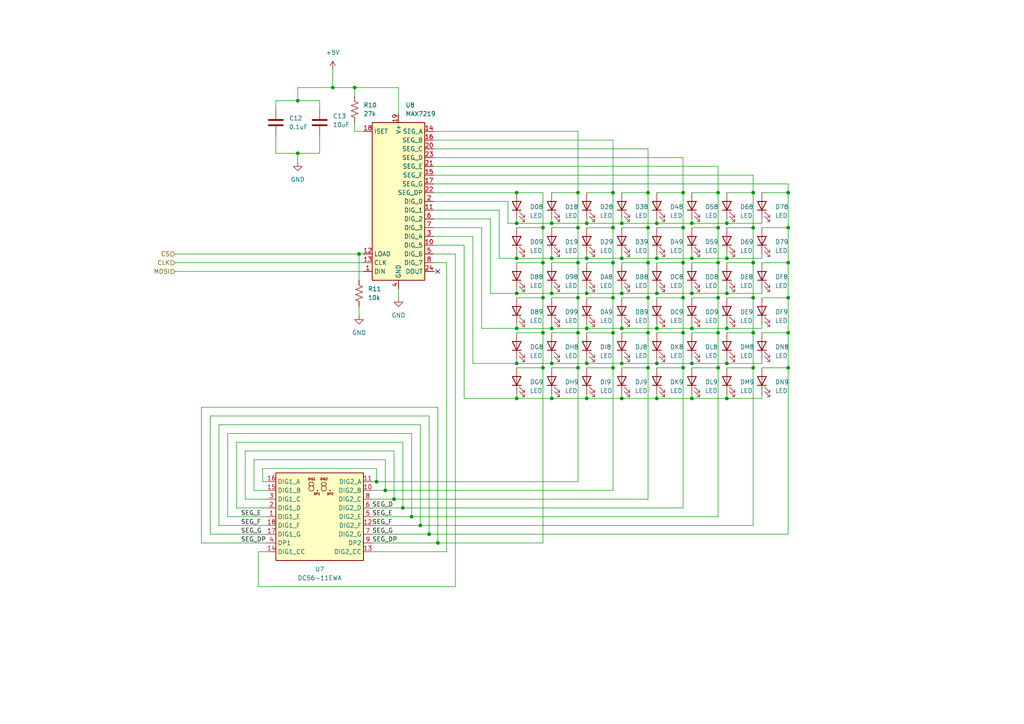
<source format=kicad_sch>
(kicad_sch (version 20211123) (generator eeschema)
  (paper "A4")
  (lib_symbols
    (symbol "Device:C" (pin_numbers hide) (pin_names (offset 0.254))
      (property "Reference" "C" (at 0.635 2.54 0))
      (property "Value" "C" (at 0.635 -2.54 0))
      (symbol "C_0_1"
        (polyline (pts (xy -2.032 -0.762) (xy 2.032 -0.762)) (stroke (width 0.508)))
        (polyline (pts (xy -2.032 0.762) (xy 2.032 0.762)) (stroke (width 0.508)))
      )
      (symbol "C_1_1"
        (pin passive line (at 0 3.81 270) (length 2.794) (name "~") (number "1"))
        (pin passive line (at 0 -3.81 90) (length 2.794) (name "~") (number "2"))
      )
    )
    (symbol "Device:LED" (pin_numbers hide) (pin_names (offset 1.016) hide)
      (property "Reference" "D" (at 0 2.54 0))
      (property "Value" "LED" (at 0 -2.54 0))
      (symbol "LED_0_1"
        (polyline (pts (xy -1.27 -1.27) (xy -1.27 1.27)) (stroke (width 0.254)))
        (polyline (pts (xy -1.27 0) (xy 1.27 0)))
        (polyline (pts (xy 1.27 -1.27) (xy 1.27 1.27) (xy -1.27 0) (xy 1.27 -1.27)) (stroke (width 0.254)))
        (polyline (pts (xy -3.048 -0.762) (xy -4.572 -2.286) (xy -3.81 -2.286) (xy -4.572 -2.286) (xy -4.572 -1.524)))
        (polyline (pts (xy -1.778 -0.762) (xy -3.302 -2.286) (xy -2.54 -2.286) (xy -3.302 -2.286) (xy -3.302 -1.524)))
      )
      (symbol "LED_1_1"
        (pin passive line (at -3.81 0 0) (length 2.54) (name "K") (number "1"))
        (pin passive line (at 3.81 0 180) (length 2.54) (name "A") (number "2"))
      )
    )
    (symbol "Device:R_US" (pin_numbers hide) (pin_names (offset 0))
      (property "Reference" "R" (at 2.54 0 90))
      (property "Value" "R_US" (at -2.54 0 90))
      (symbol "R_US_0_1"
        (polyline (pts (xy 0 -2.286) (xy 0 -2.54)))
        (polyline (pts (xy 0 2.286) (xy 0 2.54)))
        (polyline (pts (xy 0 -0.762) (xy 1.016 -1.143) (xy 0 -1.524) (xy -1.016 -1.905) (xy 0 -2.286)))
        (polyline (pts (xy 0 0.762) (xy 1.016 0.381) (xy 0 0) (xy -1.016 -0.381) (xy 0 -0.762)))
        (polyline (pts (xy 0 2.286) (xy 1.016 1.905) (xy 0 1.524) (xy -1.016 1.143) (xy 0 0.762)))
      )
      (symbol "R_US_1_1"
        (pin passive line (at 0 3.81 270) (length 1.27) (name "~") (number "1"))
        (pin passive line (at 0 -3.81 90) (length 1.27) (name "~") (number "2"))
      )
    )
    (symbol "Display_Character:DC56-11EWA"
      (property "Reference" "U" (at -11.43 13.97 0))
      (property "Value" "DC56-11EWA" (at 12.065 13.97 0))
      (symbol "DC56-11EWA_0_0"
        (text "8.8." (at 0 8.636 0) (effects (font (size 2.54 2.54))))
        (text "DIG1" (at -2.286 10.922 0) (effects (font (size 0.635 0.635))))
        (text "DIG2" (at 1.27 10.922 0) (effects (font (size 0.635 0.635))))
        (text "DP1" (at -0.762 6.604 0) (effects (font (size 0.635 0.635))))
        (text "DP2" (at 3.048 6.604 0) (effects (font (size 0.635 0.635))))
      )
      (symbol "DC56-11EWA_0_1"
        (rectangle (start -12.7 12.7) (end 12.7 -12.7) (stroke (width 0.254)) (fill (type background)))
      )
      (symbol "DC56-11EWA_1_1"
        (pin input line (at -15.24 0 0) (length 2.54) (name "DIG1_E") (number "1"))
        (pin input line (at 15.24 7.62 180) (length 2.54) (name "DIG2_B") (number "10"))
        (pin input line (at 15.24 10.16 180) (length 2.54) (name "DIG2_A") (number "11"))
        (pin input line (at 15.24 -2.54 180) (length 2.54) (name "DIG2_F") (number "12"))
        (pin input line (at 15.24 -10.16 180) (length 2.54) (name "DIG2_CC") (number "13"))
        (pin input line (at -15.24 -10.16 0) (length 2.54) (name "DIG1_CC") (number "14"))
        (pin input line (at -15.24 7.62 0) (length 2.54) (name "DIG1_B") (number "15"))
        (pin input line (at -15.24 10.16 0) (length 2.54) (name "DIG1_A") (number "16"))
        (pin input line (at -15.24 -5.08 0) (length 2.54) (name "DIG1_G") (number "17"))
        (pin input line (at -15.24 -2.54 0) (length 2.54) (name "DIG1_F") (number "18"))
        (pin input line (at -15.24 2.54 0) (length 2.54) (name "DIG1_D") (number "2"))
        (pin input line (at -15.24 5.08 0) (length 2.54) (name "DIG1_C") (number "3"))
        (pin input line (at -15.24 -7.62 0) (length 2.54) (name "DP1") (number "4"))
        (pin input line (at 15.24 0 180) (length 2.54) (name "DIG2_E") (number "5"))
        (pin input line (at 15.24 2.54 180) (length 2.54) (name "DIG2_D") (number "6"))
        (pin input line (at 15.24 -5.08 180) (length 2.54) (name "DIG2_G") (number "7"))
        (pin input line (at 15.24 5.08 180) (length 2.54) (name "DIG2_C") (number "8"))
        (pin input line (at 15.24 -7.62 180) (length 2.54) (name "DP2") (number "9"))
      )
    )
    (symbol "Driver_LED:MAX7219"
      (property "Reference" "U" (at -6.35 24.13 0))
      (property "Value" "MAX7219" (at 1.27 25.4 0))
      (symbol "MAX7219_0_1"
        (rectangle (start -7.62 22.86) (end 7.62 -22.86) (stroke (width 0.254)) (fill (type background)))
      )
      (symbol "MAX7219_1_1"
        (pin input line (at -10.16 -20.32 0) (length 2.54) (name "DIN") (number "1"))
        (pin output line (at 10.16 -12.7 180) (length 2.54) (name "DIG_5") (number "10"))
        (pin output line (at 10.16 -2.54 180) (length 2.54) (name "DIG_1") (number "11"))
        (pin input line (at -10.16 -15.24 0) (length 2.54) (name "LOAD") (number "12"))
        (pin input line (at -10.16 -17.78 0) (length 2.54) (name "CLK") (number "13"))
        (pin output line (at 10.16 20.32 180) (length 2.54) (name "SEG_A") (number "14"))
        (pin output line (at 10.16 7.62 180) (length 2.54) (name "SEG_F") (number "15"))
        (pin output line (at 10.16 17.78 180) (length 2.54) (name "SEG_B") (number "16"))
        (pin output line (at 10.16 5.08 180) (length 2.54) (name "SEG_G") (number "17"))
        (pin input line (at -10.16 20.32 0) (length 2.54) (name "ISET") (number "18"))
        (pin power_in line (at 0 25.4 270) (length 2.54) (name "V+") (number "19"))
        (pin output line (at 10.16 0 180) (length 2.54) (name "DIG_0") (number "2"))
        (pin output line (at 10.16 15.24 180) (length 2.54) (name "SEG_C") (number "20"))
        (pin output line (at 10.16 10.16 180) (length 2.54) (name "SEG_E") (number "21"))
        (pin output line (at 10.16 2.54 180) (length 2.54) (name "SEG_DP") (number "22"))
        (pin output line (at 10.16 12.7 180) (length 2.54) (name "SEG_D") (number "23"))
        (pin output line (at 10.16 -20.32 180) (length 2.54) (name "DOUT") (number "24"))
        (pin output line (at 10.16 -10.16 180) (length 2.54) (name "DIG_4") (number "3"))
        (pin power_in line (at 0 -25.4 90) (length 2.54) (name "GND") (number "4"))
        (pin output line (at 10.16 -15.24 180) (length 2.54) (name "DIG_6") (number "5"))
        (pin output line (at 10.16 -5.08 180) (length 2.54) (name "DIG_2") (number "6"))
        (pin output line (at 10.16 -7.62 180) (length 2.54) (name "DIG_3") (number "7"))
        (pin output line (at 10.16 -17.78 180) (length 2.54) (name "DIG_7") (number "8"))
        (pin passive line (at 0 -25.4 90) (length 2.54) hide (name "GND") (number "9"))
      )
    )
    (symbol "power:+5V" (power) (pin_names (offset 0))
      (property "Value" "+5V" (at 0 3.556 0))
      (symbol "+5V_0_1"
        (polyline (pts (xy -0.762 1.27) (xy 0 2.54)))
        (polyline (pts (xy 0 0) (xy 0 2.54)))
        (polyline (pts (xy 0 2.54) (xy 0.762 1.27)))
      )
      (symbol "+5V_1_1"
        (pin power_in line (at 0 0 90) (length 0) hide (name "+5V") (number "1"))
      )
    )
    (symbol "power:GND" (power) (pin_names (offset 0))
      (property "Value" "GND" (at 0 -3.81 0))
      (symbol "GND_0_1"
        (polyline (pts (xy 0 0) (xy 0 -1.27) (xy 1.27 -1.27) (xy 0 -2.54) (xy -1.27 -1.27) (xy 0 -1.27)))
      )
      (symbol "GND_1_1"
        (pin power_in line (at 0 0 270) (length 0) hide (name "GND") (number "1"))
      )
    )
  )
  (junction (at 218.44 96.52))
  (junction (at 210.82 115.57))
  (junction (at 170.18 64.77))
  (junction (at 180.34 64.77))
  (junction (at 208.28 55.88))
  (junction (at 208.28 106.68))
  (junction (at 210.82 64.77))
  (junction (at 177.8 76.2))
  (junction (at 210.82 74.93))
  (junction (at 228.6 86.36))
  (junction (at 170.18 74.93))
  (junction (at 167.64 55.88))
  (junction (at 102.87 25.4))
  (junction (at 200.66 64.77))
  (junction (at 187.96 86.36))
  (junction (at 167.64 106.68))
  (junction (at 208.28 96.52))
  (junction (at 170.18 85.09))
  (junction (at 208.28 86.36))
  (junction (at 180.34 115.57))
  (junction (at 167.64 66.04))
  (junction (at 200.66 85.09))
  (junction (at 104.14 73.66))
  (junction (at 149.86 55.88))
  (junction (at 160.02 95.25))
  (junction (at 200.66 95.25))
  (junction (at 86.36 44.45))
  (junction (at 177.8 96.52))
  (junction (at 218.44 86.36))
  (junction (at 170.18 95.25))
  (junction (at 160.02 74.93))
  (junction (at 167.64 76.2))
  (junction (at 200.66 105.41))
  (junction (at 160.02 85.09))
  (junction (at 149.86 64.77))
  (junction (at 208.28 76.2))
  (junction (at 167.64 86.36))
  (junction (at 170.18 105.41))
  (junction (at 187.96 55.88))
  (junction (at 210.82 85.09))
  (junction (at 218.44 76.2))
  (junction (at 127 157.48))
  (junction (at 228.6 96.52))
  (junction (at 167.64 96.52))
  (junction (at 121.92 152.4))
  (junction (at 160.02 115.57))
  (junction (at 198.12 66.04))
  (junction (at 210.82 105.41))
  (junction (at 160.02 64.77))
  (junction (at 210.82 95.25))
  (junction (at 149.86 85.09))
  (junction (at 180.34 105.41))
  (junction (at 187.96 76.2))
  (junction (at 86.36 29.21))
  (junction (at 190.5 95.25))
  (junction (at 200.66 74.93))
  (junction (at 187.96 106.68))
  (junction (at 198.12 76.2))
  (junction (at 180.34 85.09))
  (junction (at 190.5 115.57))
  (junction (at 190.5 85.09))
  (junction (at 208.28 66.04))
  (junction (at 198.12 55.88))
  (junction (at 177.8 106.68))
  (junction (at 187.96 66.04))
  (junction (at 228.6 55.88))
  (junction (at 170.18 115.57))
  (junction (at 111.76 142.24))
  (junction (at 198.12 96.52))
  (junction (at 149.86 115.57))
  (junction (at 157.48 106.68))
  (junction (at 119.38 149.86))
  (junction (at 200.66 115.57))
  (junction (at 96.52 25.4))
  (junction (at 190.5 74.93))
  (junction (at 124.46 154.94))
  (junction (at 180.34 95.25))
  (junction (at 228.6 76.2))
  (junction (at 190.5 64.77))
  (junction (at 157.48 76.2))
  (junction (at 149.86 74.93))
  (junction (at 177.8 55.88))
  (junction (at 180.34 74.93))
  (junction (at 190.5 105.41))
  (junction (at 157.48 66.04))
  (junction (at 160.02 105.41))
  (junction (at 228.6 66.04))
  (junction (at 187.96 96.52))
  (junction (at 218.44 66.04))
  (junction (at 177.8 66.04))
  (junction (at 149.86 95.25))
  (junction (at 157.48 86.36))
  (junction (at 109.22 139.7))
  (junction (at 228.6 106.68))
  (junction (at 116.84 147.32))
  (junction (at 114.3 144.78))
  (junction (at 149.86 105.41))
  (junction (at 218.44 106.68))
  (junction (at 157.48 96.52))
  (junction (at 177.8 86.36))
  (junction (at 198.12 106.68))
  (junction (at 218.44 55.88))
  (junction (at 198.12 86.36))
  (no_connect (at 127 78.74))
  (wire (pts (xy 73.66 142.24) (xy 77.47 142.24)))
  (wire (pts (xy 200.66 105.41) (xy 190.5 105.41)))
  (wire (pts (xy 200.66 93.98) (xy 200.66 95.25)))
  (wire (pts (xy 149.86 95.25) (xy 139.7 95.25)))
  (wire (pts (xy 220.98 76.2) (xy 228.6 76.2)))
  (wire (pts (xy 180.34 115.57) (xy 170.18 115.57)))
  (wire (pts (xy 60.96 154.94) (xy 77.47 154.94)))
  (wire (pts (xy 177.8 76.2) (xy 177.8 86.36)))
  (wire (pts (xy 228.6 76.2) (xy 228.6 86.36)))
  (wire (pts (xy 125.73 73.66) (xy 132.08 73.66)))
  (wire (pts (xy 180.34 85.09) (xy 170.18 85.09)))
  (wire (pts (xy 190.5 76.2) (xy 198.12 76.2)))
  (wire (pts (xy 111.76 142.24) (xy 177.8 142.24)))
  (wire (pts (xy 115.57 25.4) (xy 102.87 25.4)))
  (wire (pts (xy 160.02 105.41) (xy 149.86 105.41)))
  (wire (pts (xy 60.96 120.65) (xy 60.96 154.94)))
  (wire (pts (xy 210.82 55.88) (xy 218.44 55.88)))
  (wire (pts (xy 167.64 76.2) (xy 167.64 86.36)))
  (wire (pts (xy 160.02 96.52) (xy 167.64 96.52)))
  (wire (pts (xy 149.86 115.57) (xy 134.62 115.57)))
  (wire (pts (xy 190.5 96.52) (xy 198.12 96.52)))
  (wire (pts (xy 68.58 128.27) (xy 68.58 147.32)))
  (wire (pts (xy 177.8 86.36) (xy 177.8 96.52)))
  (wire (pts (xy 127 157.48) (xy 157.48 157.48)))
  (wire (pts (xy 170.18 115.57) (xy 160.02 115.57)))
  (wire (pts (xy 220.98 104.14) (xy 220.98 105.41)))
  (wire (pts (xy 74.93 160.02) (xy 77.47 160.02)))
  (wire (pts (xy 102.87 25.4) (xy 102.87 27.94)))
  (wire (pts (xy 190.5 86.36) (xy 198.12 86.36)))
  (wire (pts (xy 190.5 104.14) (xy 190.5 105.41)))
  (wire (pts (xy 115.57 33.02) (xy 115.57 25.4)))
  (wire (pts (xy 50.8 76.2) (xy 105.41 76.2)))
  (wire (pts (xy 107.95 147.32) (xy 116.84 147.32)))
  (wire (pts (xy 125.73 60.96) (xy 144.78 60.96)))
  (wire (pts (xy 177.8 55.88) (xy 177.8 66.04)))
  (wire (pts (xy 107.95 154.94) (xy 124.46 154.94)))
  (wire (pts (xy 160.02 93.98) (xy 160.02 95.25)))
  (wire (pts (xy 218.44 86.36) (xy 218.44 96.52)))
  (wire (pts (xy 180.34 73.66) (xy 180.34 74.93)))
  (wire (pts (xy 200.66 66.04) (xy 208.28 66.04)))
  (wire (pts (xy 80.01 29.21) (xy 86.36 29.21)))
  (wire (pts (xy 96.52 20.32) (xy 96.52 25.4)))
  (wire (pts (xy 180.34 96.52) (xy 187.96 96.52)))
  (wire (pts (xy 104.14 73.66) (xy 104.14 81.28)))
  (wire (pts (xy 177.8 66.04) (xy 177.8 76.2)))
  (wire (pts (xy 170.18 96.52) (xy 177.8 96.52)))
  (wire (pts (xy 157.48 76.2) (xy 157.48 86.36)))
  (wire (pts (xy 180.34 55.88) (xy 187.96 55.88)))
  (wire (pts (xy 92.71 39.37) (xy 92.71 44.45)))
  (wire (pts (xy 200.66 106.68) (xy 208.28 106.68)))
  (wire (pts (xy 220.98 95.25) (xy 210.82 95.25)))
  (wire (pts (xy 220.98 93.98) (xy 220.98 95.25)))
  (wire (pts (xy 76.2 135.89) (xy 109.22 135.89)))
  (wire (pts (xy 107.95 152.4) (xy 121.92 152.4)))
  (wire (pts (xy 187.96 106.68) (xy 187.96 144.78)))
  (wire (pts (xy 180.34 83.82) (xy 180.34 85.09)))
  (wire (pts (xy 50.8 73.66) (xy 104.14 73.66)))
  (wire (pts (xy 200.66 64.77) (xy 190.5 64.77)))
  (wire (pts (xy 157.48 106.68) (xy 157.48 157.48)))
  (wire (pts (xy 127 118.11) (xy 58.42 118.11)))
  (wire (pts (xy 125.73 50.8) (xy 218.44 50.8)))
  (wire (pts (xy 76.2 139.7) (xy 76.2 135.89)))
  (wire (pts (xy 124.46 120.65) (xy 60.96 120.65)))
  (wire (pts (xy 200.66 114.3) (xy 200.66 115.57)))
  (wire (pts (xy 149.86 66.04) (xy 157.48 66.04)))
  (wire (pts (xy 180.34 63.5) (xy 180.34 64.77)))
  (wire (pts (xy 107.95 160.02) (xy 129.54 160.02)))
  (wire (pts (xy 228.6 106.68) (xy 228.6 154.94)))
  (wire (pts (xy 220.98 83.82) (xy 220.98 85.09)))
  (wire (pts (xy 124.46 154.94) (xy 124.46 120.65)))
  (wire (pts (xy 208.28 106.68) (xy 208.28 149.86)))
  (wire (pts (xy 208.28 55.88) (xy 208.28 66.04)))
  (wire (pts (xy 71.12 144.78) (xy 77.47 144.78)))
  (wire (pts (xy 190.5 115.57) (xy 180.34 115.57)))
  (wire (pts (xy 114.3 144.78) (xy 114.3 130.81)))
  (wire (pts (xy 170.18 85.09) (xy 160.02 85.09)))
  (wire (pts (xy 208.28 66.04) (xy 208.28 76.2)))
  (wire (pts (xy 167.64 38.1) (xy 167.64 55.88)))
  (wire (pts (xy 58.42 118.11) (xy 58.42 157.48)))
  (wire (pts (xy 210.82 76.2) (xy 218.44 76.2)))
  (wire (pts (xy 137.16 105.41) (xy 137.16 68.58)))
  (wire (pts (xy 149.86 76.2) (xy 157.48 76.2)))
  (wire (pts (xy 92.71 29.21) (xy 92.71 31.75)))
  (wire (pts (xy 228.6 53.34) (xy 228.6 55.88)))
  (wire (pts (xy 190.5 63.5) (xy 190.5 64.77)))
  (wire (pts (xy 139.7 66.04) (xy 125.73 66.04)))
  (wire (pts (xy 208.28 96.52) (xy 208.28 106.68)))
  (wire (pts (xy 149.86 63.5) (xy 149.86 64.77)))
  (wire (pts (xy 220.98 115.57) (xy 210.82 115.57)))
  (wire (pts (xy 50.8 78.74) (xy 105.41 78.74)))
  (wire (pts (xy 220.98 85.09) (xy 210.82 85.09)))
  (wire (pts (xy 111.76 142.24) (xy 111.76 133.35)))
  (wire (pts (xy 177.8 40.64) (xy 177.8 55.88)))
  (wire (pts (xy 73.66 133.35) (xy 73.66 142.24)))
  (wire (pts (xy 170.18 55.88) (xy 177.8 55.88)))
  (wire (pts (xy 167.64 106.68) (xy 167.64 139.7)))
  (wire (pts (xy 86.36 46.99) (xy 86.36 44.45)))
  (wire (pts (xy 132.08 73.66) (xy 132.08 170.18)))
  (wire (pts (xy 119.38 149.86) (xy 208.28 149.86)))
  (wire (pts (xy 190.5 106.68) (xy 198.12 106.68)))
  (wire (pts (xy 200.66 86.36) (xy 208.28 86.36)))
  (wire (pts (xy 104.14 88.9) (xy 104.14 91.44)))
  (wire (pts (xy 170.18 83.82) (xy 170.18 85.09)))
  (wire (pts (xy 160.02 55.88) (xy 167.64 55.88)))
  (wire (pts (xy 107.95 142.24) (xy 111.76 142.24)))
  (wire (pts (xy 190.5 93.98) (xy 190.5 95.25)))
  (wire (pts (xy 71.12 130.81) (xy 71.12 144.78)))
  (wire (pts (xy 200.66 85.09) (xy 190.5 85.09)))
  (wire (pts (xy 200.66 96.52) (xy 208.28 96.52)))
  (wire (pts (xy 149.86 64.77) (xy 147.32 64.77)))
  (wire (pts (xy 160.02 115.57) (xy 149.86 115.57)))
  (wire (pts (xy 107.95 157.48) (xy 127 157.48)))
  (wire (pts (xy 129.54 160.02) (xy 129.54 76.2)))
  (wire (pts (xy 220.98 55.88) (xy 228.6 55.88)))
  (wire (pts (xy 149.86 86.36) (xy 157.48 86.36)))
  (wire (pts (xy 86.36 25.4) (xy 86.36 29.21)))
  (wire (pts (xy 198.12 96.52) (xy 198.12 106.68)))
  (wire (pts (xy 167.64 66.04) (xy 167.64 76.2)))
  (wire (pts (xy 170.18 95.25) (xy 160.02 95.25)))
  (wire (pts (xy 200.66 63.5) (xy 200.66 64.77)))
  (wire (pts (xy 134.62 71.12) (xy 125.73 71.12)))
  (wire (pts (xy 190.5 85.09) (xy 180.34 85.09)))
  (wire (pts (xy 210.82 104.14) (xy 210.82 105.41)))
  (wire (pts (xy 68.58 147.32) (xy 77.47 147.32)))
  (wire (pts (xy 102.87 38.1) (xy 105.41 38.1)))
  (wire (pts (xy 190.5 74.93) (xy 200.66 74.93)))
  (wire (pts (xy 124.46 154.94) (xy 228.6 154.94)))
  (wire (pts (xy 63.5 123.19) (xy 63.5 152.4)))
  (wire (pts (xy 210.82 114.3) (xy 210.82 115.57)))
  (wire (pts (xy 190.5 114.3) (xy 190.5 115.57)))
  (wire (pts (xy 200.66 76.2) (xy 208.28 76.2)))
  (wire (pts (xy 92.71 44.45) (xy 86.36 44.45)))
  (wire (pts (xy 170.18 66.04) (xy 177.8 66.04)))
  (wire (pts (xy 218.44 96.52) (xy 218.44 106.68)))
  (wire (pts (xy 114.3 144.78) (xy 187.96 144.78)))
  (wire (pts (xy 107.95 144.78) (xy 114.3 144.78)))
  (wire (pts (xy 125.73 38.1) (xy 167.64 38.1)))
  (wire (pts (xy 198.12 45.72) (xy 198.12 55.88)))
  (wire (pts (xy 170.18 73.66) (xy 170.18 74.93)))
  (wire (pts (xy 149.86 83.82) (xy 149.86 85.09)))
  (wire (pts (xy 210.82 85.09) (xy 200.66 85.09)))
  (wire (pts (xy 80.01 44.45) (xy 86.36 44.45)))
  (wire (pts (xy 170.18 93.98) (xy 170.18 95.25)))
  (wire (pts (xy 177.8 96.52) (xy 177.8 106.68)))
  (wire (pts (xy 160.02 64.77) (xy 149.86 64.77)))
  (wire (pts (xy 167.64 55.88) (xy 167.64 66.04)))
  (wire (pts (xy 210.82 83.82) (xy 210.82 85.09)))
  (wire (pts (xy 177.8 106.68) (xy 177.8 142.24)))
  (wire (pts (xy 170.18 63.5) (xy 170.18 64.77)))
  (wire (pts (xy 107.95 139.7) (xy 109.22 139.7)))
  (wire (pts (xy 144.78 74.93) (xy 144.78 60.96)))
  (wire (pts (xy 218.44 76.2) (xy 218.44 86.36)))
  (wire (pts (xy 170.18 114.3) (xy 170.18 115.57)))
  (wire (pts (xy 125.73 43.18) (xy 187.96 43.18)))
  (wire (pts (xy 160.02 106.68) (xy 167.64 106.68)))
  (wire (pts (xy 180.34 105.41) (xy 170.18 105.41)))
  (wire (pts (xy 200.66 55.88) (xy 208.28 55.88)))
  (wire (pts (xy 180.34 86.36) (xy 187.96 86.36)))
  (wire (pts (xy 220.98 106.68) (xy 228.6 106.68)))
  (wire (pts (xy 80.01 31.75) (xy 80.01 29.21)))
  (wire (pts (xy 180.34 66.04) (xy 187.96 66.04)))
  (wire (pts (xy 149.86 74.93) (xy 160.02 74.93)))
  (wire (pts (xy 119.38 149.86) (xy 119.38 125.73)))
  (wire (pts (xy 74.93 170.18) (xy 74.93 160.02)))
  (wire (pts (xy 190.5 55.88) (xy 198.12 55.88)))
  (wire (pts (xy 149.86 73.66) (xy 149.86 74.93)))
  (wire (pts (xy 147.32 58.42) (xy 125.73 58.42)))
  (wire (pts (xy 137.16 68.58) (xy 125.73 68.58)))
  (wire (pts (xy 76.2 139.7) (xy 77.47 139.7)))
  (wire (pts (xy 187.96 96.52) (xy 187.96 106.68)))
  (wire (pts (xy 157.48 66.04) (xy 157.48 76.2)))
  (wire (pts (xy 190.5 95.25) (xy 180.34 95.25)))
  (wire (pts (xy 121.92 152.4) (xy 121.92 123.19)))
  (wire (pts (xy 190.5 83.82) (xy 190.5 85.09)))
  (wire (pts (xy 134.62 115.57) (xy 134.62 71.12)))
  (wire (pts (xy 167.64 86.36) (xy 167.64 96.52)))
  (wire (pts (xy 210.82 93.98) (xy 210.82 95.25)))
  (wire (pts (xy 116.84 147.32) (xy 116.84 128.27)))
  (wire (pts (xy 80.01 39.37) (xy 80.01 44.45)))
  (wire (pts (xy 170.18 86.36) (xy 177.8 86.36)))
  (wire (pts (xy 200.66 104.14) (xy 200.66 105.41)))
  (wire (pts (xy 149.86 93.98) (xy 149.86 95.25)))
  (wire (pts (xy 149.86 106.68) (xy 157.48 106.68)))
  (wire (pts (xy 220.98 73.66) (xy 220.98 74.93)))
  (wire (pts (xy 220.98 66.04) (xy 228.6 66.04)))
  (wire (pts (xy 102.87 35.56) (xy 102.87 38.1)))
  (wire (pts (xy 187.96 76.2) (xy 187.96 86.36)))
  (wire (pts (xy 180.34 104.14) (xy 180.34 105.41)))
  (wire (pts (xy 121.92 123.19) (xy 63.5 123.19)))
  (wire (pts (xy 170.18 64.77) (xy 160.02 64.77)))
  (wire (pts (xy 160.02 74.93) (xy 170.18 74.93)))
  (wire (pts (xy 58.42 157.48) (xy 77.47 157.48)))
  (wire (pts (xy 210.82 63.5) (xy 210.82 64.77)))
  (wire (pts (xy 142.24 63.5) (xy 125.73 63.5)))
  (wire (pts (xy 210.82 96.52) (xy 218.44 96.52)))
  (wire (pts (xy 157.48 55.88) (xy 157.48 66.04)))
  (wire (pts (xy 119.38 125.73) (xy 66.04 125.73)))
  (wire (pts (xy 180.34 74.93) (xy 190.5 74.93)))
  (wire (pts (xy 170.18 76.2) (xy 177.8 76.2)))
  (wire (pts (xy 111.76 133.35) (xy 73.66 133.35)))
  (wire (pts (xy 160.02 63.5) (xy 160.02 64.77)))
  (wire (pts (xy 102.87 25.4) (xy 96.52 25.4)))
  (wire (pts (xy 190.5 66.04) (xy 198.12 66.04)))
  (wire (pts (xy 180.34 114.3) (xy 180.34 115.57)))
  (wire (pts (xy 208.28 76.2) (xy 208.28 86.36)))
  (wire (pts (xy 114.3 130.81) (xy 71.12 130.81)))
  (wire (pts (xy 125.73 53.34) (xy 228.6 53.34)))
  (wire (pts (xy 220.98 105.41) (xy 210.82 105.41)))
  (wire (pts (xy 218.44 106.68) (xy 218.44 152.4)))
  (wire (pts (xy 147.32 64.77) (xy 147.32 58.42)))
  (wire (pts (xy 115.57 83.82) (xy 115.57 86.36)))
  (wire (pts (xy 200.66 74.93) (xy 210.82 74.93)))
  (wire (pts (xy 187.96 66.04) (xy 187.96 76.2)))
  (wire (pts (xy 160.02 85.09) (xy 149.86 85.09)))
  (wire (pts (xy 125.73 40.64) (xy 177.8 40.64)))
  (wire (pts (xy 198.12 76.2) (xy 198.12 86.36)))
  (wire (pts (xy 160.02 86.36) (xy 167.64 86.36)))
  (wire (pts (xy 218.44 55.88) (xy 218.44 66.04)))
  (wire (pts (xy 160.02 73.66) (xy 160.02 74.93)))
  (wire (pts (xy 160.02 76.2) (xy 167.64 76.2)))
  (wire (pts (xy 127 157.48) (xy 127 118.11)))
  (wire (pts (xy 208.28 48.26) (xy 208.28 55.88)))
  (wire (pts (xy 180.34 76.2) (xy 187.96 76.2)))
  (wire (pts (xy 218.44 66.04) (xy 218.44 76.2)))
  (wire (pts (xy 210.82 95.25) (xy 200.66 95.25)))
  (wire (pts (xy 210.82 106.68) (xy 218.44 106.68)))
  (wire (pts (xy 180.34 93.98) (xy 180.34 95.25)))
  (wire (pts (xy 198.12 55.88) (xy 198.12 66.04)))
  (wire (pts (xy 200.66 115.57) (xy 190.5 115.57)))
  (wire (pts (xy 190.5 105.41) (xy 180.34 105.41)))
  (wire (pts (xy 180.34 95.25) (xy 170.18 95.25)))
  (wire (pts (xy 132.08 170.18) (xy 74.93 170.18)))
  (wire (pts (xy 200.66 95.25) (xy 190.5 95.25)))
  (wire (pts (xy 116.84 128.27) (xy 68.58 128.27)))
  (wire (pts (xy 121.92 152.4) (xy 218.44 152.4)))
  (wire (pts (xy 160.02 114.3) (xy 160.02 115.57)))
  (wire (pts (xy 125.73 78.74) (xy 127 78.74)))
  (wire (pts (xy 208.28 86.36) (xy 208.28 96.52)))
  (wire (pts (xy 167.64 96.52) (xy 167.64 106.68)))
  (wire (pts (xy 149.86 96.52) (xy 157.48 96.52)))
  (wire (pts (xy 187.96 43.18) (xy 187.96 55.88)))
  (wire (pts (xy 107.95 149.86) (xy 119.38 149.86)))
  (wire (pts (xy 180.34 64.77) (xy 170.18 64.77)))
  (wire (pts (xy 96.52 25.4) (xy 86.36 25.4)))
  (wire (pts (xy 170.18 105.41) (xy 160.02 105.41)))
  (wire (pts (xy 190.5 64.77) (xy 180.34 64.77)))
  (wire (pts (xy 149.86 114.3) (xy 149.86 115.57)))
  (wire (pts (xy 228.6 96.52) (xy 228.6 106.68)))
  (wire (pts (xy 228.6 86.36) (xy 228.6 96.52)))
  (wire (pts (xy 200.66 73.66) (xy 200.66 74.93)))
  (wire (pts (xy 220.98 64.77) (xy 210.82 64.77)))
  (wire (pts (xy 220.98 114.3) (xy 220.98 115.57)))
  (wire (pts (xy 66.04 149.86) (xy 77.47 149.86)))
  (wire (pts (xy 104.14 73.66) (xy 105.41 73.66)))
  (wire (pts (xy 66.04 125.73) (xy 66.04 149.86)))
  (wire (pts (xy 170.18 74.93) (xy 180.34 74.93)))
  (wire (pts (xy 149.86 85.09) (xy 142.24 85.09)))
  (wire (pts (xy 170.18 104.14) (xy 170.18 105.41)))
  (wire (pts (xy 210.82 115.57) (xy 200.66 115.57)))
  (wire (pts (xy 210.82 74.93) (xy 220.98 74.93)))
  (wire (pts (xy 125.73 55.88) (xy 149.86 55.88)))
  (wire (pts (xy 149.86 55.88) (xy 157.48 55.88)))
  (wire (pts (xy 210.82 73.66) (xy 210.82 74.93)))
  (wire (pts (xy 180.34 106.68) (xy 187.96 106.68)))
  (wire (pts (xy 144.78 74.93) (xy 149.86 74.93)))
  (wire (pts (xy 86.36 29.21) (xy 92.71 29.21)))
  (wire (pts (xy 220.98 63.5) (xy 220.98 64.77)))
  (wire (pts (xy 142.24 85.09) (xy 142.24 63.5)))
  (wire (pts (xy 187.96 86.36) (xy 187.96 96.52)))
  (wire (pts (xy 198.12 66.04) (xy 198.12 76.2)))
  (wire (pts (xy 157.48 86.36) (xy 157.48 96.52)))
  (wire (pts (xy 160.02 104.14) (xy 160.02 105.41)))
  (wire (pts (xy 210.82 66.04) (xy 218.44 66.04)))
  (wire (pts (xy 210.82 86.36) (xy 218.44 86.36)))
  (wire (pts (xy 228.6 66.04) (xy 228.6 76.2)))
  (wire (pts (xy 228.6 55.88) (xy 228.6 66.04)))
  (wire (pts (xy 139.7 95.25) (xy 139.7 66.04)))
  (wire (pts (xy 170.18 106.68) (xy 177.8 106.68)))
  (wire (pts (xy 109.22 139.7) (xy 167.64 139.7)))
  (wire (pts (xy 210.82 105.41) (xy 200.66 105.41)))
  (wire (pts (xy 190.5 73.66) (xy 190.5 74.93)))
  (wire (pts (xy 160.02 66.04) (xy 167.64 66.04)))
  (wire (pts (xy 198.12 86.36) (xy 198.12 96.52)))
  (wire (pts (xy 149.86 105.41) (xy 137.16 105.41)))
  (wire (pts (xy 160.02 83.82) (xy 160.02 85.09)))
  (wire (pts (xy 160.02 95.25) (xy 149.86 95.25)))
  (wire (pts (xy 198.12 106.68) (xy 198.12 147.32)))
  (wire (pts (xy 63.5 152.4) (xy 77.47 152.4)))
  (wire (pts (xy 109.22 135.89) (xy 109.22 139.7)))
  (wire (pts (xy 149.86 104.14) (xy 149.86 105.41)))
  (wire (pts (xy 187.96 55.88) (xy 187.96 66.04)))
  (wire (pts (xy 200.66 83.82) (xy 200.66 85.09)))
  (wire (pts (xy 210.82 64.77) (xy 200.66 64.77)))
  (wire (pts (xy 125.73 48.26) (xy 208.28 48.26)))
  (wire (pts (xy 129.54 76.2) (xy 125.73 76.2)))
  (wire (pts (xy 220.98 86.36) (xy 228.6 86.36)))
  (wire (pts (xy 218.44 50.8) (xy 218.44 55.88)))
  (wire (pts (xy 157.48 96.52) (xy 157.48 106.68)))
  (wire (pts (xy 116.84 147.32) (xy 198.12 147.32)))
  (wire (pts (xy 125.73 45.72) (xy 198.12 45.72)))
  (wire (pts (xy 220.98 96.52) (xy 228.6 96.52)))
  (label "SEG_F" (at 69.85 152.4 0))
  (label "SEG_DP" (at 69.85 157.48 0))
  (label "SEG_G" (at 69.85 154.94 0))
  (label "SEG_E" (at 69.85 149.86 0))
  (label "SEG_E" (at 107.95 149.86 0))
  (label "SEG_G" (at 107.95 154.94 0))
  (label "SEG_F" (at 107.95 152.4 0))
  (label "SEG_D" (at 107.95 147.32 0))
  (label "SEG_DP" (at 107.95 157.48 0))
  (hierarchical_label "CS" (shape input) (at 50.8 73.66 180))
  (hierarchical_label "CLK" (shape input) (at 50.8 76.2 180))
  (hierarchical_label "MOSI" (shape input) (at 50.8 78.74 180))
  (symbol (lib_id "Device:C") (at 92.71 35.56 0) (unit 1)
    (property "Reference" "C13" (at 96.52 33.6549 0) (effects (justify left)))
    (property "Value" "10uF" (at 96.52 36.1949 0) (effects (justify left)))
    (property "Footprint" "Capacitor_THT:C_Disc_D5.0mm_W2.5mm_P2.50mm" (effects hide))
  )
  (symbol (lib_id "Display_Character:DC56-11EWA") (at 92.71 149.86 0) (unit 1)
    (property "Reference" "U7" (at 92.71 165.1 0))
    (property "Value" "DC56-11EWA" (at 92.71 167.64 0))
    (property "Footprint" "Display_7Segment:DA56-11SURKWA" (effects hide))
    (property "Datasheet" "http://www.kingbrightusa.com/images/catalog/SPEC/DC56-11EWA.pdf" (effects hide))
  )
  (symbol (lib_id "Device:LED") (at 170.18 90.17 90) (unit 1)
    (property "Reference" "DA9" (at 173.99 90.4874 90) (effects (justify right)))
    (property "Value" "LED" (at 173.99 93.0274 90) (effects (justify right)))
    (property "Footprint" "local:LED_Rectangular_W7.0mm_H2.3mm" (effects hide))
  )
  (symbol (lib_id "power:+5V") (at 96.52 20.32 0) (unit 1)
    (property "Reference" "#PWR026" (effects hide))
    (property "Value" "+5V" (at 96.52 15.24 0))
  )
  (symbol (lib_id "Device:R_US") (at 104.14 85.09 0) (unit 1)
    (property "Reference" "R11" (at 106.68 83.8199 0) (effects (justify left)))
    (property "Value" "10k" (at 106.68 86.3599 0) (effects (justify left)))
    (property "Footprint" "Resistor_THT:R_Axial_DIN0207_L6.3mm_D2.5mm_P7.62mm_Horizontal" (effects hide))
  )
  (symbol (lib_id "Device:LED") (at 160.02 110.49 90) (unit 1)
    (property "Reference" "DH9" (at 163.83 110.8074 90) (effects (justify right)))
    (property "Value" "LED" (at 163.83 113.3474 90) (effects (justify right)))
    (property "Footprint" "local:LED_Rectangular_W7.0mm_H2.3mm" (effects hide))
  )
  (symbol (lib_id "power:GND") (at 104.14 91.44 0) (unit 1)
    (property "Reference" "#PWR027" (effects hide))
    (property "Value" "GND" (at 104.14 96.52 0))
  )
  (symbol (lib_id "Device:LED") (at 210.82 100.33 90) (unit 1)
    (property "Reference" "DM8" (at 214.63 100.6474 90) (effects (justify right)))
    (property "Value" "LED" (at 214.63 103.1874 90) (effects (justify right)))
    (property "Footprint" "local:LED_Rectangular_W7.0mm_H2.3mm" (effects hide))
  )
  (symbol (lib_id "Device:LED") (at 210.82 110.49 90) (unit 1)
    (property "Reference" "DM9" (at 214.63 110.8074 90) (effects (justify right)))
    (property "Value" "LED" (at 214.63 113.3474 90) (effects (justify right)))
    (property "Footprint" "local:LED_Rectangular_W7.0mm_H2.3mm" (effects hide))
  )
  (symbol (lib_id "Device:LED") (at 180.34 69.85 90) (unit 1)
    (property "Reference" "D39" (at 184.15 70.1674 90) (effects (justify right)))
    (property "Value" "LED" (at 184.15 72.7074 90) (effects (justify right)))
    (property "Footprint" "local:LED_Rectangular_W7.0mm_H2.3mm" (effects hide))
  )
  (symbol (lib_id "Device:R_US") (at 102.87 31.75 0) (unit 1)
    (property "Reference" "R10" (at 105.41 30.4799 0) (effects (justify left)))
    (property "Value" "27k" (at 105.41 33.0199 0) (effects (justify left)))
    (property "Footprint" "Resistor_THT:R_Axial_DIN0207_L6.3mm_D2.5mm_P7.62mm_Horizontal" (effects hide))
  )
  (symbol (lib_id "Device:LED") (at 200.66 90.17 90) (unit 1)
    (property "Reference" "DD9" (at 204.47 90.4874 90) (effects (justify right)))
    (property "Value" "LED" (at 204.47 93.0274 90) (effects (justify right)))
    (property "Footprint" "local:LED_Rectangular_W7.0mm_H2.3mm" (effects hide))
  )
  (symbol (lib_id "Device:LED") (at 170.18 59.69 90) (unit 1)
    (property "Reference" "D28" (at 173.99 60.0074 90) (effects (justify right)))
    (property "Value" "LED" (at 173.99 62.5474 90) (effects (justify right)))
    (property "Footprint" "local:LED_Rectangular_W7.0mm_H2.3mm" (effects hide))
  )
  (symbol (lib_id "Device:LED") (at 220.98 100.33 90) (unit 1)
    (property "Reference" "DN8" (at 224.79 100.6474 90) (effects (justify right)))
    (property "Value" "LED" (at 224.79 103.1874 90) (effects (justify right)))
    (property "Footprint" "local:LED_Rectangular_W7.0mm_H2.3mm" (effects hide))
  )
  (symbol (lib_id "Device:LED") (at 170.18 110.49 90) (unit 1)
    (property "Reference" "DI9" (at 173.99 110.8074 90) (effects (justify right)))
    (property "Value" "LED" (at 173.99 113.3474 90) (effects (justify right)))
    (property "Footprint" "local:LED_Rectangular_W7.0mm_H2.3mm" (effects hide))
  )
  (symbol (lib_id "Device:LED") (at 220.98 69.85 90) (unit 1)
    (property "Reference" "D79" (at 224.79 70.1674 90) (effects (justify right)))
    (property "Value" "LED" (at 224.79 72.7074 90) (effects (justify right)))
    (property "Footprint" "local:LED_Rectangular_W7.0mm_H2.3mm" (effects hide))
  )
  (symbol (lib_id "Device:LED") (at 170.18 100.33 90) (unit 1)
    (property "Reference" "DI8" (at 173.99 100.6474 90) (effects (justify right)))
    (property "Value" "LED" (at 173.99 103.1874 90) (effects (justify right)))
    (property "Footprint" "local:LED_Rectangular_W7.0mm_H2.3mm" (effects hide))
  )
  (symbol (lib_id "Device:LED") (at 190.5 69.85 90) (unit 1)
    (property "Reference" "D49" (at 194.31 70.1674 90) (effects (justify right)))
    (property "Value" "LED" (at 194.31 72.7074 90) (effects (justify right)))
    (property "Footprint" "local:LED_Rectangular_W7.0mm_H2.3mm" (effects hide))
  )
  (symbol (lib_id "Device:LED") (at 160.02 100.33 90) (unit 1)
    (property "Reference" "DH8" (at 163.83 100.6474 90) (effects (justify right)))
    (property "Value" "LED" (at 163.83 103.1874 90) (effects (justify right)))
    (property "Footprint" "local:LED_Rectangular_W7.0mm_H2.3mm" (effects hide))
  )
  (symbol (lib_id "Device:LED") (at 210.82 69.85 90) (unit 1)
    (property "Reference" "D69" (at 214.63 70.1674 90) (effects (justify right)))
    (property "Value" "LED" (at 214.63 72.7074 90) (effects (justify right)))
    (property "Footprint" "local:LED_Rectangular_W7.0mm_H2.3mm" (effects hide))
  )
  (symbol (lib_id "Device:LED") (at 210.82 80.01 90) (unit 1)
    (property "Reference" "DE8" (at 214.63 80.3274 90) (effects (justify right)))
    (property "Value" "LED" (at 214.63 82.8674 90) (effects (justify right)))
    (property "Footprint" "local:LED_Rectangular_W7.0mm_H2.3mm" (effects hide))
  )
  (symbol (lib_id "Device:LED") (at 200.66 59.69 90) (unit 1)
    (property "Reference" "D58" (at 204.47 60.0074 90) (effects (justify right)))
    (property "Value" "LED" (at 204.47 62.5474 90) (effects (justify right)))
    (property "Footprint" "local:LED_Rectangular_W7.0mm_H2.3mm" (effects hide))
  )
  (symbol (lib_id "Device:LED") (at 160.02 90.17 90) (unit 1)
    (property "Reference" "D99" (at 163.83 90.4874 90) (effects (justify right)))
    (property "Value" "LED" (at 163.83 93.0274 90) (effects (justify right)))
    (property "Footprint" "local:LED_Rectangular_W7.0mm_H2.3mm" (effects hide))
  )
  (symbol (lib_id "Device:LED") (at 149.86 90.17 90) (unit 1)
    (property "Reference" "D89" (at 153.67 90.4874 90) (effects (justify right)))
    (property "Value" "LED" (at 153.67 93.0274 90) (effects (justify right)))
    (property "Footprint" "local:LED_Rectangular_W7.0mm_H2.3mm" (effects hide))
  )
  (symbol (lib_id "Device:LED") (at 200.66 100.33 90) (unit 1)
    (property "Reference" "DL8" (at 204.47 100.6474 90) (effects (justify right)))
    (property "Value" "LED" (at 204.47 103.1874 90) (effects (justify right)))
    (property "Footprint" "local:LED_Rectangular_W7.0mm_H2.3mm" (effects hide))
  )
  (symbol (lib_id "Device:LED") (at 210.82 90.17 90) (unit 1)
    (property "Reference" "DE9" (at 214.63 90.4874 90) (effects (justify right)))
    (property "Value" "LED" (at 214.63 93.0274 90) (effects (justify right)))
    (property "Footprint" "local:LED_Rectangular_W7.0mm_H2.3mm" (effects hide))
  )
  (symbol (lib_id "Device:LED") (at 180.34 90.17 90) (unit 1)
    (property "Reference" "DB9" (at 184.15 90.4874 90) (effects (justify right)))
    (property "Value" "LED" (at 184.15 93.0274 90) (effects (justify right)))
    (property "Footprint" "local:LED_Rectangular_W7.0mm_H2.3mm" (effects hide))
  )
  (symbol (lib_id "power:GND") (at 86.36 46.99 0) (unit 1)
    (property "Reference" "#PWR025" (effects hide))
    (property "Value" "GND" (at 86.36 52.07 0))
  )
  (symbol (lib_id "Device:C") (at 80.01 35.56 0) (unit 1)
    (property "Reference" "C12" (at 83.82 34.2899 0) (effects (justify left)))
    (property "Value" "0.1uF" (at 83.82 36.8299 0) (effects (justify left)))
    (property "Footprint" "Capacitor_THT:C_Disc_D5.0mm_W2.5mm_P2.50mm" (effects hide))
  )
  (symbol (lib_id "Device:LED") (at 149.86 59.69 90) (unit 1)
    (property "Reference" "D08" (at 153.67 60.0074 90) (effects (justify right)))
    (property "Value" "LED" (at 153.67 62.5474 90) (effects (justify right)))
    (property "Footprint" "local:LED_Rectangular_W7.0mm_H2.3mm" (effects hide))
  )
  (symbol (lib_id "Device:LED") (at 180.34 110.49 90) (unit 1)
    (property "Reference" "DJ9" (at 184.15 110.8074 90) (effects (justify right)))
    (property "Value" "LED" (at 184.15 113.3474 90) (effects (justify right)))
    (property "Footprint" "local:LED_Rectangular_W7.0mm_H2.3mm" (effects hide))
  )
  (symbol (lib_id "Device:LED") (at 149.86 69.85 90) (unit 1)
    (property "Reference" "D09" (at 153.67 70.1674 90) (effects (justify right)))
    (property "Value" "LED" (at 153.67 72.7074 90) (effects (justify right)))
    (property "Footprint" "local:LED_Rectangular_W7.0mm_H2.3mm" (effects hide))
  )
  (symbol (lib_id "Device:LED") (at 149.86 100.33 90) (unit 1)
    (property "Reference" "DG8" (at 153.67 100.6474 90) (effects (justify right)))
    (property "Value" "LED" (at 153.67 103.1874 90) (effects (justify right)))
    (property "Footprint" "local:LED_Rectangular_W7.0mm_H2.3mm" (effects hide))
  )
  (symbol (lib_id "Device:LED") (at 190.5 90.17 90) (unit 1)
    (property "Reference" "DC9" (at 194.31 90.4874 90) (effects (justify right)))
    (property "Value" "LED" (at 194.31 93.0274 90) (effects (justify right)))
    (property "Footprint" "local:LED_Rectangular_W7.0mm_H2.3mm" (effects hide))
  )
  (symbol (lib_id "Device:LED") (at 220.98 80.01 90) (unit 1)
    (property "Reference" "DF8" (at 224.79 80.3274 90) (effects (justify right)))
    (property "Value" "LED" (at 224.79 82.8674 90) (effects (justify right)))
    (property "Footprint" "local:LED_Rectangular_W7.0mm_H2.3mm" (effects hide))
  )
  (symbol (lib_id "Device:LED") (at 190.5 100.33 90) (unit 1)
    (property "Reference" "DK8" (at 194.31 100.6474 90) (effects (justify right)))
    (property "Value" "LED" (at 194.31 103.1874 90) (effects (justify right)))
    (property "Footprint" "local:LED_Rectangular_W7.0mm_H2.3mm" (effects hide))
  )
  (symbol (lib_id "Device:LED") (at 190.5 110.49 90) (unit 1)
    (property "Reference" "DK9" (at 194.31 110.8074 90) (effects (justify right)))
    (property "Value" "LED" (at 194.31 113.3474 90) (effects (justify right)))
    (property "Footprint" "local:LED_Rectangular_W7.0mm_H2.3mm" (effects hide))
  )
  (symbol (lib_id "Device:LED") (at 220.98 110.49 90) (unit 1)
    (property "Reference" "DN9" (at 224.79 110.8074 90) (effects (justify right)))
    (property "Value" "LED" (at 224.79 113.3474 90) (effects (justify right)))
    (property "Footprint" "local:LED_Rectangular_W7.0mm_H2.3mm" (effects hide))
  )
  (symbol (lib_id "Driver_LED:MAX7219") (at 115.57 58.42 0) (unit 1)
    (property "Reference" "U8" (at 117.5894 30.48 0) (effects (justify left)))
    (property "Value" "MAX7219" (at 117.5894 33.02 0) (effects (justify left)))
    (property "Footprint" "Package_DIP:DIP-24_W7.62mm" (effects hide))
    (property "Datasheet" "https://datasheets.maximintegrated.com/en/ds/MAX7219-MAX7221.pdf" (effects hide))
  )
  (symbol (lib_id "Device:LED") (at 190.5 59.69 90) (unit 1)
    (property "Reference" "D48" (at 194.31 60.0074 90) (effects (justify right)))
    (property "Value" "LED" (at 194.31 62.5474 90) (effects (justify right)))
    (property "Footprint" "local:LED_Rectangular_W7.0mm_H2.3mm" (effects hide))
  )
  (symbol (lib_id "Device:LED") (at 149.86 80.01 90) (unit 1)
    (property "Reference" "D88" (at 153.67 80.3274 90) (effects (justify right)))
    (property "Value" "LED" (at 153.67 82.8674 90) (effects (justify right)))
    (property "Footprint" "local:LED_Rectangular_W7.0mm_H2.3mm" (effects hide))
  )
  (symbol (lib_id "Device:LED") (at 210.82 59.69 90) (unit 1)
    (property "Reference" "D68" (at 214.63 60.0074 90) (effects (justify right)))
    (property "Value" "LED" (at 214.63 62.5474 90) (effects (justify right)))
    (property "Footprint" "local:LED_Rectangular_W7.0mm_H2.3mm" (effects hide))
  )
  (symbol (lib_id "Device:LED") (at 160.02 80.01 90) (unit 1)
    (property "Reference" "D98" (at 163.83 80.3274 90) (effects (justify right)))
    (property "Value" "LED" (at 163.83 82.8674 90) (effects (justify right)))
    (property "Footprint" "local:LED_Rectangular_W7.0mm_H2.3mm" (effects hide))
  )
  (symbol (lib_id "Device:LED") (at 200.66 80.01 90) (unit 1)
    (property "Reference" "DD8" (at 204.47 80.3274 90) (effects (justify right)))
    (property "Value" "LED" (at 204.47 82.8674 90) (effects (justify right)))
    (property "Footprint" "local:LED_Rectangular_W7.0mm_H2.3mm" (effects hide))
  )
  (symbol (lib_id "Device:LED") (at 200.66 110.49 90) (unit 1)
    (property "Reference" "DL9" (at 204.47 110.8074 90) (effects (justify right)))
    (property "Value" "LED" (at 204.47 113.3474 90) (effects (justify right)))
    (property "Footprint" "local:LED_Rectangular_W7.0mm_H2.3mm" (effects hide))
  )
  (symbol (lib_id "Device:LED") (at 180.34 59.69 90) (unit 1)
    (property "Reference" "D38" (at 184.15 60.0074 90) (effects (justify right)))
    (property "Value" "LED" (at 184.15 62.5474 90) (effects (justify right)))
    (property "Footprint" "local:LED_Rectangular_W7.0mm_H2.3mm" (effects hide))
  )
  (symbol (lib_id "Device:LED") (at 170.18 80.01 90) (unit 1)
    (property "Reference" "DA8" (at 173.99 80.3274 90) (effects (justify right)))
    (property "Value" "LED" (at 173.99 82.8674 90) (effects (justify right)))
    (property "Footprint" "local:LED_Rectangular_W7.0mm_H2.3mm" (effects hide))
  )
  (symbol (lib_id "Device:LED") (at 220.98 59.69 90) (unit 1)
    (property "Reference" "D78" (at 224.79 60.0074 90) (effects (justify right)))
    (property "Value" "LED" (at 224.79 62.5474 90) (effects (justify right)))
    (property "Footprint" "local:LED_Rectangular_W7.0mm_H2.3mm" (effects hide))
  )
  (symbol (lib_id "Device:LED") (at 180.34 80.01 90) (unit 1)
    (property "Reference" "DB8" (at 184.15 80.3274 90) (effects (justify right)))
    (property "Value" "LED" (at 184.15 82.8674 90) (effects (justify right)))
    (property "Footprint" "local:LED_Rectangular_W7.0mm_H2.3mm" (effects hide))
  )
  (symbol (lib_id "Device:LED") (at 160.02 69.85 90) (unit 1)
    (property "Reference" "D19" (at 163.83 70.1674 90) (effects (justify right)))
    (property "Value" "LED" (at 163.83 72.7074 90) (effects (justify right)))
    (property "Footprint" "local:LED_Rectangular_W7.0mm_H2.3mm" (effects hide))
  )
  (symbol (lib_id "Device:LED") (at 200.66 69.85 90) (unit 1)
    (property "Reference" "D59" (at 204.47 70.1674 90) (effects (justify right)))
    (property "Value" "LED" (at 204.47 72.7074 90) (effects (justify right)))
    (property "Footprint" "local:LED_Rectangular_W7.0mm_H2.3mm" (effects hide))
  )
  (symbol (lib_id "power:GND") (at 115.57 86.36 0) (unit 1)
    (property "Reference" "#PWR028" (effects hide))
    (property "Value" "GND" (at 115.57 91.44 0))
  )
  (symbol (lib_id "Device:LED") (at 220.98 90.17 90) (unit 1)
    (property "Reference" "DF9" (at 224.79 90.4874 90) (effects (justify right)))
    (property "Value" "LED" (at 224.79 93.0274 90) (effects (justify right)))
    (property "Footprint" "local:LED_Rectangular_W7.0mm_H2.3mm" (effects hide))
  )
  (symbol (lib_id "Device:LED") (at 149.86 110.49 90) (unit 1)
    (property "Reference" "DG9" (at 153.67 110.8074 90) (effects (justify right)))
    (property "Value" "LED" (at 153.67 113.3474 90) (effects (justify right)))
    (property "Footprint" "local:LED_Rectangular_W7.0mm_H2.3mm" (effects hide))
  )
  (symbol (lib_id "Device:LED") (at 170.18 69.85 90) (unit 1)
    (property "Reference" "D29" (at 173.99 70.1674 90) (effects (justify right)))
    (property "Value" "LED" (at 173.99 72.7074 90) (effects (justify right)))
    (property "Footprint" "local:LED_Rectangular_W7.0mm_H2.3mm" (effects hide))
  )
  (symbol (lib_id "Device:LED") (at 180.34 100.33 90) (unit 1)
    (property "Reference" "DJ8" (at 184.15 100.6474 90) (effects (justify right)))
    (property "Value" "LED" (at 184.15 103.1874 90) (effects (justify right)))
    (property "Footprint" "local:LED_Rectangular_W7.0mm_H2.3mm" (effects hide))
  )
  (symbol (lib_id "Device:LED") (at 190.5 80.01 90) (unit 1)
    (property "Reference" "DC8" (at 194.31 80.3274 90) (effects (justify right)))
    (property "Value" "LED" (at 194.31 82.8674 90) (effects (justify right)))
    (property "Footprint" "local:LED_Rectangular_W7.0mm_H2.3mm" (effects hide))
  )
  (symbol (lib_id "Device:LED") (at 160.02 59.69 90) (unit 1)
    (property "Reference" "D18" (at 163.83 60.0074 90) (effects (justify right)))
    (property "Value" "LED" (at 163.83 62.5474 90) (effects (justify right)))
    (property "Footprint" "local:LED_Rectangular_W7.0mm_H2.3mm" (effects hide))
  )
)
</source>
